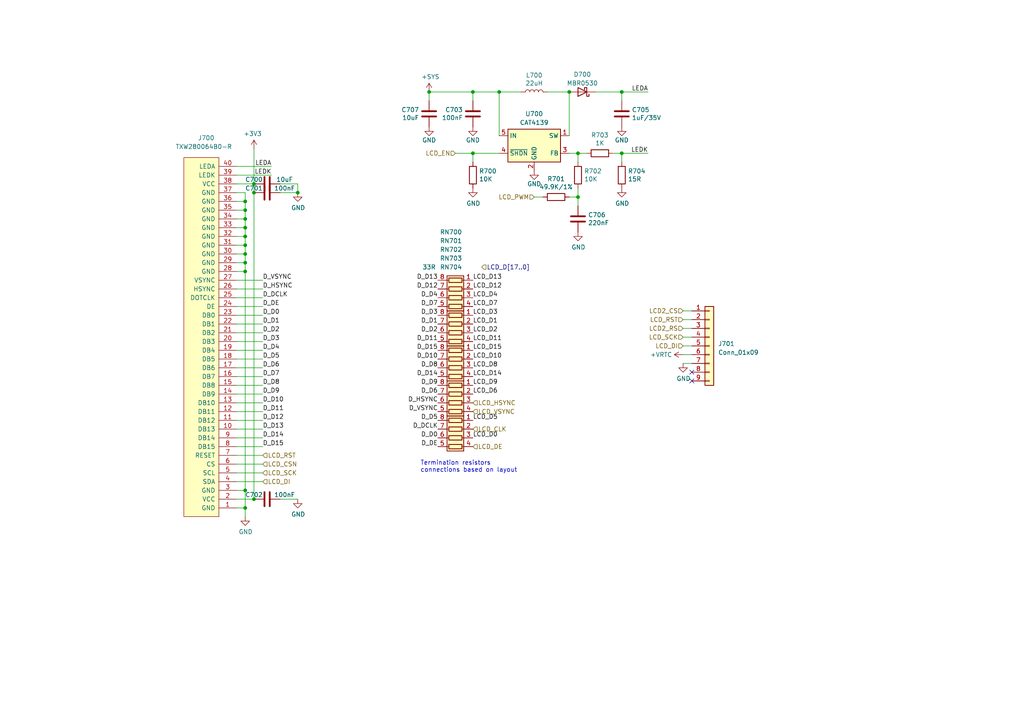
<source format=kicad_sch>
(kicad_sch (version 20211123) (generator eeschema)
  (paper "A4")
  (title_block (title "SitinaNe") (rev "R0.2") (company "Wenting"))
  (lib_symbols
    (symbol "Connector_Generic:Conn_01x09" (pin_names (offset 1.016) hide)
      (property "Reference" "J" (at 0 12.7 0))
      (property "Value" "Conn_01x09" (at 0 -12.7 0))
      (symbol "Conn_01x09_1_1"
        (rectangle (start -1.27 -10.033) (end 0 -10.287) (stroke (width 0.1524)))
        (rectangle (start -1.27 -7.493) (end 0 -7.747) (stroke (width 0.1524)))
        (rectangle (start -1.27 -4.953) (end 0 -5.207) (stroke (width 0.1524)))
        (rectangle (start -1.27 -2.413) (end 0 -2.667) (stroke (width 0.1524)))
        (rectangle (start -1.27 0.127) (end 0 -0.127) (stroke (width 0.1524)))
        (rectangle (start -1.27 2.667) (end 0 2.413) (stroke (width 0.1524)))
        (rectangle (start -1.27 5.207) (end 0 4.953) (stroke (width 0.1524)))
        (rectangle (start -1.27 7.747) (end 0 7.493) (stroke (width 0.1524)))
        (rectangle (start -1.27 10.287) (end 0 10.033) (stroke (width 0.1524)))
        (rectangle (start -1.27 11.43) (end 1.27 -11.43) (stroke (width 0.254)) (fill (type background)))
        (pin passive line (at -5.08 10.16 0) (length 3.81) (name "Pin_1") (number "1"))
        (pin passive line (at -5.08 7.62 0) (length 3.81) (name "Pin_2") (number "2"))
        (pin passive line (at -5.08 5.08 0) (length 3.81) (name "Pin_3") (number "3"))
        (pin passive line (at -5.08 2.54 0) (length 3.81) (name "Pin_4") (number "4"))
        (pin passive line (at -5.08 0 0) (length 3.81) (name "Pin_5") (number "5"))
        (pin passive line (at -5.08 -2.54 0) (length 3.81) (name "Pin_6") (number "6"))
        (pin passive line (at -5.08 -5.08 0) (length 3.81) (name "Pin_7") (number "7"))
        (pin passive line (at -5.08 -7.62 0) (length 3.81) (name "Pin_8") (number "8"))
        (pin passive line (at -5.08 -10.16 0) (length 3.81) (name "Pin_9") (number "9"))
      )
    )
    (symbol "Device:C" (pin_numbers hide) (pin_names (offset 0.254))
      (property "Reference" "C" (at 0.635 2.54 0))
      (property "Value" "C" (at 0.635 -2.54 0))
      (symbol "C_0_1"
        (polyline (pts (xy -2.032 -0.762) (xy 2.032 -0.762)) (stroke (width 0.508)))
        (polyline (pts (xy -2.032 0.762) (xy 2.032 0.762)) (stroke (width 0.508)))
      )
      (symbol "C_1_1"
        (pin passive line (at 0 3.81 270) (length 2.794) (name "~") (number "1"))
        (pin passive line (at 0 -3.81 90) (length 2.794) (name "~") (number "2"))
      )
    )
    (symbol "Device:L" (pin_numbers hide) (pin_names (offset 1.016) hide)
      (property "Reference" "L" (at -1.27 0 90))
      (property "Value" "L" (at 1.905 0 90))
      (symbol "L_0_1"
        (arc (start 0 -2.54) (mid 0.635 -1.905) (end 0 -1.27))
        (arc (start 0 -1.27) (mid 0.635 -0.635) (end 0 0))
        (arc (start 0 0) (mid 0.635 0.635) (end 0 1.27))
        (arc (start 0 1.27) (mid 0.635 1.905) (end 0 2.54))
      )
      (symbol "L_1_1"
        (pin passive line (at 0 3.81 270) (length 1.27) (name "1") (number "1"))
        (pin passive line (at 0 -3.81 90) (length 1.27) (name "2") (number "2"))
      )
    )
    (symbol "Device:R" (pin_numbers hide) (pin_names (offset 0))
      (property "Reference" "R" (at 2.032 0 90))
      (property "Value" "R" (at 0 0 90))
      (symbol "R_0_1"
        (rectangle (start -1.016 -2.54) (end 1.016 2.54) (stroke (width 0.254)))
      )
      (symbol "R_1_1"
        (pin passive line (at 0 3.81 270) (length 1.27) (name "~") (number "1"))
        (pin passive line (at 0 -3.81 90) (length 1.27) (name "~") (number "2"))
      )
    )
    (symbol "Device:R_Pack04" (pin_names (offset 0) hide)
      (property "Reference" "RN" (at -7.62 0 90))
      (property "Value" "R_Pack04" (at 5.08 0 90))
      (symbol "R_Pack04_0_1"
        (rectangle (start -6.35 -2.413) (end 3.81 2.413) (stroke (width 0.254)) (fill (type background)))
        (rectangle (start -5.715 1.905) (end -4.445 -1.905) (stroke (width 0.254)))
        (rectangle (start -3.175 1.905) (end -1.905 -1.905) (stroke (width 0.254)))
        (rectangle (start -0.635 1.905) (end 0.635 -1.905) (stroke (width 0.254)))
        (polyline (pts (xy -5.08 -2.54) (xy -5.08 -1.905)))
        (polyline (pts (xy -5.08 1.905) (xy -5.08 2.54)))
        (polyline (pts (xy -2.54 -2.54) (xy -2.54 -1.905)))
        (polyline (pts (xy -2.54 1.905) (xy -2.54 2.54)))
        (polyline (pts (xy 0 -2.54) (xy 0 -1.905)))
        (polyline (pts (xy 0 1.905) (xy 0 2.54)))
        (polyline (pts (xy 2.54 -2.54) (xy 2.54 -1.905)))
        (polyline (pts (xy 2.54 1.905) (xy 2.54 2.54)))
        (rectangle (start 1.905 1.905) (end 3.175 -1.905) (stroke (width 0.254)))
      )
      (symbol "R_Pack04_1_1"
        (pin passive line (at -5.08 -5.08 90) (length 2.54) (name "R1.1") (number "1"))
        (pin passive line (at -2.54 -5.08 90) (length 2.54) (name "R2.1") (number "2"))
        (pin passive line (at 0 -5.08 90) (length 2.54) (name "R3.1") (number "3"))
        (pin passive line (at 2.54 -5.08 90) (length 2.54) (name "R4.1") (number "4"))
        (pin passive line (at 2.54 5.08 270) (length 2.54) (name "R4.2") (number "5"))
        (pin passive line (at 0 5.08 270) (length 2.54) (name "R3.2") (number "6"))
        (pin passive line (at -2.54 5.08 270) (length 2.54) (name "R2.2") (number "7"))
        (pin passive line (at -5.08 5.08 270) (length 2.54) (name "R1.2") (number "8"))
      )
    )
    (symbol "Diode:MBR0530" (pin_numbers hide) (pin_names (offset 1.016) hide)
      (property "Reference" "D" (at 0 2.54 0))
      (property "Value" "MBR0530" (at 0 -2.54 0))
      (symbol "MBR0530_0_1"
        (polyline (pts (xy 1.27 0) (xy -1.27 0)))
        (polyline (pts (xy 1.27 1.27) (xy 1.27 -1.27) (xy -1.27 0) (xy 1.27 1.27)) (stroke (width 0.254)))
        (polyline (pts (xy -1.905 0.635) (xy -1.905 1.27) (xy -1.27 1.27) (xy -1.27 -1.27) (xy -0.635 -1.27) (xy -0.635 -0.635)) (stroke (width 0.254)))
      )
      (symbol "MBR0530_1_1"
        (pin passive line (at -3.81 0 0) (length 2.54) (name "K") (number "1"))
        (pin passive line (at 3.81 0 180) (length 2.54) (name "A") (number "2"))
      )
    )
    (symbol "Regulator_Switching:AP3012"
      (property "Reference" "U" (at -7.62 5.715 0))
      (property "Value" "AP3012" (at 0 5.715 0))
      (symbol "AP3012_0_1"
        (rectangle (start -7.62 4.445) (end 7.62 -5.08) (stroke (width 0.254)) (fill (type background)))
      )
      (symbol "AP3012_1_1"
        (pin passive line (at 10.16 2.54 180) (length 2.54) (name "SW") (number "1"))
        (pin power_in line (at 0 -7.62 90) (length 2.54) (name "GND") (number "2"))
        (pin input line (at 10.16 -2.54 180) (length 2.54) (name "FB") (number "3"))
        (pin input line (at -10.16 -2.54 0) (length 2.54) (name "~{SHDN}") (number "4"))
        (pin power_in line (at -10.16 2.54 0) (length 2.54) (name "IN") (number "5"))
      )
    )
    (symbol "Sitina:+SYS" (power) (pin_names (offset 0))
      (property "Value" "+SYS" (at 0 3.556 0))
      (symbol "+SYS_0_1"
        (polyline (pts (xy -0.762 1.27) (xy 0 2.54)))
        (polyline (pts (xy 0 0) (xy 0 2.54)))
        (polyline (pts (xy 0 2.54) (xy 0.762 1.27)))
      )
      (symbol "+SYS_1_1"
        (pin power_in line (at 0 0 90) (length 0) hide (name "+SYS") (number "1"))
      )
    )
    (symbol "Sitina:+VRTC" (power) (pin_names (offset 0))
      (property "Value" "+VRTC" (at 0 3.556 0))
      (symbol "+VRTC_0_1"
        (polyline (pts (xy -0.762 1.27) (xy 0 2.54)))
        (polyline (pts (xy 0 0) (xy 0 2.54)))
        (polyline (pts (xy 0 2.54) (xy 0.762 1.27)))
      )
      (symbol "+VRTC_1_1"
        (pin power_in line (at 0 0 90) (length 0) hide (name "+VRTC") (number "1"))
      )
    )
    (symbol "Sitina:TXW280064B0-R" (pin_names (offset 1.016))
      (property "Reference" "LCD" (at 0 -48.26 0))
      (property "Value" "TXW280064B0-R" (at 1.27 59.69 0))
      (symbol "TXW280064B0-R_0_1"
        (rectangle (start -5.08 58.42) (end 5.08 -45.72) (fill (type background)))
      )
      (symbol "TXW280064B0-R_1_1"
        (pin input line (at 10.16 -43.18 180) (length 5.08) (name "GND") (number "1"))
        (pin input line (at 10.16 -20.32 180) (length 5.08) (name "DB13") (number "10"))
        (pin input line (at 10.16 -17.78 180) (length 5.08) (name "DB12") (number "11"))
        (pin input line (at 10.16 -15.24 180) (length 5.08) (name "DB11") (number "12"))
        (pin input line (at 10.16 -12.7 180) (length 5.08) (name "DB10") (number "13"))
        (pin input line (at 10.16 -10.16 180) (length 5.08) (name "DB9") (number "14"))
        (pin input line (at 10.16 -7.62 180) (length 5.08) (name "DB8") (number "15"))
        (pin input line (at 10.16 -5.08 180) (length 5.08) (name "DB7") (number "16"))
        (pin input line (at 10.16 -2.54 180) (length 5.08) (name "DB6") (number "17"))
        (pin input line (at 10.16 0 180) (length 5.08) (name "DB5") (number "18"))
        (pin input line (at 10.16 2.54 180) (length 5.08) (name "DB4") (number "19"))
        (pin input line (at 10.16 -40.64 180) (length 5.08) (name "VCC") (number "2"))
        (pin input line (at 10.16 5.08 180) (length 5.08) (name "DB3") (number "20"))
        (pin input line (at 10.16 7.62 180) (length 5.08) (name "DB2") (number "21"))
        (pin input line (at 10.16 10.16 180) (length 5.08) (name "DB1") (number "22"))
        (pin input line (at 10.16 12.7 180) (length 5.08) (name "DB0") (number "23"))
        (pin input line (at 10.16 15.24 180) (length 5.08) (name "DE") (number "24"))
        (pin input line (at 10.16 17.78 180) (length 5.08) (name "DOTCLK") (number "25"))
        (pin input line (at 10.16 20.32 180) (length 5.08) (name "HSYNC") (number "26"))
        (pin input line (at 10.16 22.86 180) (length 5.08) (name "VSYNC") (number "27"))
        (pin input line (at 10.16 25.4 180) (length 5.08) (name "GND") (number "28"))
        (pin input line (at 10.16 27.94 180) (length 5.08) (name "GND") (number "29"))
        (pin input line (at 10.16 -38.1 180) (length 5.08) (name "GND") (number "3"))
        (pin input line (at 10.16 30.48 180) (length 5.08) (name "GND") (number "30"))
        (pin input line (at 10.16 33.02 180) (length 5.08) (name "GND") (number "31"))
        (pin input line (at 10.16 35.56 180) (length 5.08) (name "GND") (number "32"))
        (pin input line (at 10.16 38.1 180) (length 5.08) (name "GND") (number "33"))
        (pin input line (at 10.16 40.64 180) (length 5.08) (name "GND") (number "34"))
        (pin input line (at 10.16 43.18 180) (length 5.08) (name "GND") (number "35"))
        (pin input line (at 10.16 45.72 180) (length 5.08) (name "GND") (number "36"))
        (pin input line (at 10.16 48.26 180) (length 5.08) (name "GND") (number "37"))
        (pin input line (at 10.16 50.8 180) (length 5.08) (name "VCC") (number "38"))
        (pin input line (at 10.16 53.34 180) (length 5.08) (name "LEDK") (number "39"))
        (pin input line (at 10.16 -35.56 180) (length 5.08) (name "SDA") (number "4"))
        (pin input line (at 10.16 55.88 180) (length 5.08) (name "LEDA") (number "40"))
        (pin input line (at 10.16 -33.02 180) (length 5.08) (name "SCL") (number "5"))
        (pin input line (at 10.16 -30.48 180) (length 5.08) (name "CS") (number "6"))
        (pin input line (at 10.16 -27.94 180) (length 5.08) (name "RESET") (number "7"))
        (pin input line (at 10.16 -25.4 180) (length 5.08) (name "DB15") (number "8"))
        (pin input line (at 10.16 -22.86 180) (length 5.08) (name "DB14") (number "9"))
      )
    )
    (symbol "power:+3V3" (power) (pin_names (offset 0))
      (property "Value" "+3V3" (at 0 3.556 0))
      (symbol "+3V3_0_1"
        (polyline (pts (xy -0.762 1.27) (xy 0 2.54)))
        (polyline (pts (xy 0 0) (xy 0 2.54)))
        (polyline (pts (xy 0 2.54) (xy 0.762 1.27)))
      )
      (symbol "+3V3_1_1"
        (pin power_in line (at 0 0 90) (length 0) hide (name "+3V3") (number "1"))
      )
    )
    (symbol "power:GND" (power) (pin_names (offset 0))
      (property "Value" "GND" (at 0 -3.81 0))
      (symbol "GND_0_1"
        (polyline (pts (xy 0 0) (xy 0 -1.27) (xy 1.27 -1.27) (xy 0 -2.54) (xy -1.27 -1.27) (xy 0 -1.27)))
      )
      (symbol "GND_1_1"
        (pin power_in line (at 0 0 270) (length 0) hide (name "GND") (number "1"))
      )
    )
  )
  (junction (at 165.1 26.67) (diameter 0.9144))
  (junction (at 71.12 71.12) (diameter 0.9144))
  (junction (at 71.12 68.58) (diameter 0.9144))
  (junction (at 73.66 53.34) (diameter 0.9144))
  (junction (at 180.34 26.67) (diameter 0.9144))
  (junction (at 71.12 78.74) (diameter 0.9144))
  (junction (at 137.16 26.67) (diameter 0.9144))
  (junction (at 71.12 66.04) (diameter 0.9144))
  (junction (at 167.64 57.15) (diameter 0.9144))
  (junction (at 73.66 55.88) (diameter 0.9144))
  (junction (at 144.78 26.67) (diameter 0.9144))
  (junction (at 71.12 60.96) (diameter 0.9144))
  (junction (at 124.46 26.67) (diameter 0.9144))
  (junction (at 71.12 142.24) (diameter 0.9144))
  (junction (at 167.64 44.45) (diameter 0.9144))
  (junction (at 137.16 44.45) (diameter 0.9144))
  (junction (at 71.12 147.32) (diameter 0.9144))
  (junction (at 71.12 63.5) (diameter 0.9144))
  (junction (at 86.36 55.88) (diameter 0.9144))
  (junction (at 73.66 144.78) (diameter 0.9144))
  (junction (at 180.34 44.45) (diameter 0.9144))
  (junction (at 71.12 58.42) (diameter 0.9144))
  (junction (at 71.12 76.2) (diameter 0.9144))
  (junction (at 71.12 73.66) (diameter 0.9144))
  (no_connect (at 200.66 107.95))
  (no_connect (at 200.66 110.49))
  (wire (pts (xy 180.34 46.99) (xy 180.34 44.45)))
  (wire (pts (xy 167.64 57.15) (xy 167.64 54.61)))
  (wire (pts (xy 144.78 44.45) (xy 137.16 44.45)))
  (wire (pts (xy 68.58 93.98) (xy 76.2 93.98)))
  (wire (pts (xy 81.28 53.34) (xy 86.36 53.34)))
  (wire (pts (xy 172.72 26.67) (xy 180.34 26.67)))
  (wire (pts (xy 68.58 127) (xy 76.2 127)))
  (wire (pts (xy 68.58 101.6) (xy 76.2 101.6)))
  (wire (pts (xy 68.58 86.36) (xy 76.2 86.36)))
  (wire (pts (xy 81.28 55.88) (xy 86.36 55.88)))
  (wire (pts (xy 68.58 104.14) (xy 76.2 104.14)))
  (wire (pts (xy 76.2 132.08) (xy 68.58 132.08)))
  (wire (pts (xy 180.34 44.45) (xy 177.8 44.45)))
  (wire (pts (xy 165.1 44.45) (xy 167.64 44.45)))
  (wire (pts (xy 68.58 58.42) (xy 71.12 58.42)))
  (wire (pts (xy 167.64 44.45) (xy 170.18 44.45)))
  (wire (pts (xy 154.94 57.15) (xy 157.48 57.15)))
  (wire (pts (xy 167.64 46.99) (xy 167.64 44.45)))
  (wire (pts (xy 68.58 99.06) (xy 76.2 99.06)))
  (wire (pts (xy 68.58 139.7) (xy 76.2 139.7)))
  (wire (pts (xy 81.28 144.78) (xy 86.36 144.78)))
  (wire (pts (xy 73.66 43.18) (xy 73.66 53.34)))
  (wire (pts (xy 68.58 68.58) (xy 71.12 68.58)))
  (wire (pts (xy 68.58 48.26) (xy 78.74 48.26)))
  (wire (pts (xy 68.58 88.9) (xy 76.2 88.9)))
  (wire (pts (xy 198.12 97.79) (xy 200.66 97.79)))
  (wire (pts (xy 137.16 26.67) (xy 144.78 26.67)))
  (wire (pts (xy 68.58 134.62) (xy 76.2 134.62)))
  (wire (pts (xy 68.58 111.76) (xy 76.2 111.76)))
  (wire (pts (xy 137.16 44.45) (xy 132.08 44.45)))
  (wire (pts (xy 144.78 26.67) (xy 151.13 26.67)))
  (wire (pts (xy 86.36 53.34) (xy 86.36 55.88)))
  (wire (pts (xy 68.58 53.34) (xy 73.66 53.34)))
  (wire (pts (xy 165.1 26.67) (xy 165.1 39.37)))
  (wire (pts (xy 68.58 91.44) (xy 76.2 91.44)))
  (wire (pts (xy 68.58 106.68) (xy 76.2 106.68)))
  (wire (pts (xy 68.58 78.74) (xy 71.12 78.74)))
  (wire (pts (xy 68.58 142.24) (xy 71.12 142.24)))
  (wire (pts (xy 71.12 142.24) (xy 71.12 147.32)))
  (wire (pts (xy 71.12 147.32) (xy 71.12 149.86)))
  (wire (pts (xy 68.58 109.22) (xy 76.2 109.22)))
  (wire (pts (xy 198.12 92.71) (xy 200.66 92.71)))
  (wire (pts (xy 180.34 26.67) (xy 187.96 26.67)))
  (wire (pts (xy 198.12 90.17) (xy 200.66 90.17)))
  (wire (pts (xy 124.46 29.21) (xy 124.46 26.67)))
  (wire (pts (xy 68.58 50.8) (xy 78.74 50.8)))
  (wire (pts (xy 68.58 76.2) (xy 71.12 76.2)))
  (wire (pts (xy 68.58 119.38) (xy 76.2 119.38)))
  (wire (pts (xy 158.75 26.67) (xy 165.1 26.67)))
  (wire (pts (xy 68.58 114.3) (xy 76.2 114.3)))
  (wire (pts (xy 68.58 66.04) (xy 71.12 66.04)))
  (wire (pts (xy 68.58 124.46) (xy 76.2 124.46)))
  (wire (pts (xy 198.12 102.87) (xy 200.66 102.87)))
  (wire (pts (xy 180.34 29.21) (xy 180.34 26.67)))
  (wire (pts (xy 137.16 29.21) (xy 137.16 26.67)))
  (wire (pts (xy 68.58 83.82) (xy 76.2 83.82)))
  (wire (pts (xy 68.58 73.66) (xy 71.12 73.66)))
  (wire (pts (xy 71.12 63.5) (xy 71.12 66.04)))
  (wire (pts (xy 71.12 66.04) (xy 71.12 68.58)))
  (wire (pts (xy 68.58 60.96) (xy 71.12 60.96)))
  (wire (pts (xy 71.12 58.42) (xy 71.12 60.96)))
  (wire (pts (xy 71.12 60.96) (xy 71.12 63.5)))
  (wire (pts (xy 71.12 73.66) (xy 71.12 76.2)))
  (wire (pts (xy 71.12 76.2) (xy 71.12 78.74)))
  (wire (pts (xy 71.12 68.58) (xy 71.12 71.12)))
  (wire (pts (xy 71.12 71.12) (xy 71.12 73.66)))
  (wire (pts (xy 71.12 78.74) (xy 71.12 142.24)))
  (wire (pts (xy 124.46 26.67) (xy 137.16 26.67)))
  (wire (pts (xy 68.58 147.32) (xy 71.12 147.32)))
  (wire (pts (xy 198.12 105.41) (xy 200.66 105.41)))
  (wire (pts (xy 73.66 53.34) (xy 73.66 55.88)))
  (wire (pts (xy 68.58 96.52) (xy 76.2 96.52)))
  (wire (pts (xy 68.58 116.84) (xy 76.2 116.84)))
  (wire (pts (xy 198.12 95.25) (xy 200.66 95.25)))
  (wire (pts (xy 137.16 46.99) (xy 137.16 44.45)))
  (wire (pts (xy 198.12 100.33) (xy 200.66 100.33)))
  (wire (pts (xy 165.1 57.15) (xy 167.64 57.15)))
  (wire (pts (xy 68.58 55.88) (xy 71.12 55.88)))
  (wire (pts (xy 71.12 55.88) (xy 71.12 58.42)))
  (wire (pts (xy 68.58 129.54) (xy 76.2 129.54)))
  (wire (pts (xy 144.78 26.67) (xy 144.78 39.37)))
  (wire (pts (xy 68.58 63.5) (xy 71.12 63.5)))
  (wire (pts (xy 68.58 71.12) (xy 71.12 71.12)))
  (wire (pts (xy 68.58 144.78) (xy 73.66 144.78)))
  (wire (pts (xy 180.34 44.45) (xy 187.96 44.45)))
  (wire (pts (xy 68.58 121.92) (xy 76.2 121.92)))
  (wire (pts (xy 68.58 81.28) (xy 76.2 81.28)))
  (wire (pts (xy 167.64 59.69) (xy 167.64 57.15)))
  (wire (pts (xy 73.66 55.88) (xy 73.66 144.78)))
  (wire (pts (xy 68.58 137.16) (xy 76.2 137.16)))
  (text "Termination resistors\nconnections based on layout" (at 121.92 137.16 0) (effects (font (size 1.27 1.27)) (justify left bottom)))
  (label "D_D0" (at 127 127 180))
  (label "D_D7" (at 127 88.9 180))
  (label "LCD_D2" (at 137.16 96.52 0))
  (label "LCD_D15" (at 137.16 101.6 0))
  (label "D_D12" (at 76.2 121.92 0))
  (label "LCD_D11" (at 137.16 99.06 0))
  (label "D_D0" (at 76.2 91.44 0))
  (label "D_D13" (at 127 81.28 180))
  (label "D_D4" (at 76.2 101.6 0))
  (label "D_D3" (at 76.2 99.06 0))
  (label "LCD_D1" (at 137.16 93.98 0))
  (label "D_DCLK" (at 127 124.46 180))
  (label "D_DCLK" (at 76.2 86.36 0))
  (label "LEDK" (at 78.74 50.8 180))
  (label "D_D13" (at 76.2 124.46 0))
  (label "D_D6" (at 127 114.3 180))
  (label "D_D8" (at 76.2 111.76 0))
  (label "D_VSYNC" (at 127 119.38 180))
  (label "D_D2" (at 127 96.52 180))
  (label "LCD_D6" (at 137.16 114.3 0))
  (label "LCD_D4" (at 137.16 86.36 0))
  (label "D_D10" (at 127 104.14 180))
  (label "LCD_D13" (at 137.16 81.28 0))
  (label "D_D14" (at 127 109.22 180))
  (label "D_D15" (at 127 101.6 180))
  (label "D_D9" (at 127 111.76 180))
  (label "D_DE" (at 127 129.54 180))
  (label "LCD_D0" (at 137.16 127 0))
  (label "D_HSYNC" (at 127 116.84 180))
  (label "D_D11" (at 76.2 119.38 0))
  (label "D_HSYNC" (at 76.2 83.82 0))
  (label "D_D8" (at 127 106.68 180))
  (label "LEDK" (at 187.96 44.45 180))
  (label "D_D3" (at 127 91.44 180))
  (label "LCD_D12" (at 137.16 83.82 0))
  (label "LEDA" (at 78.74 48.26 180))
  (label "D_D5" (at 127 121.92 180))
  (label "D_D1" (at 127 93.98 180))
  (label "D_D9" (at 76.2 114.3 0))
  (label "D_D6" (at 76.2 106.68 0))
  (label "D_D4" (at 127 86.36 180))
  (label "D_D1" (at 76.2 93.98 0))
  (label "D_D11" (at 127 99.06 180))
  (label "LCD_D7" (at 137.16 88.9 0))
  (label "LCD_D8" (at 137.16 106.68 0))
  (label "LCD_D9" (at 137.16 111.76 0))
  (label "D_D5" (at 76.2 104.14 0))
  (label "LEDA" (at 187.96 26.67 180))
  (label "D_D7" (at 76.2 109.22 0))
  (label "D_D15" (at 76.2 129.54 0))
  (label "D_VSYNC" (at 76.2 81.28 0))
  (label "D_D14" (at 76.2 127 0))
  (label "D_D2" (at 76.2 96.52 0))
  (label "D_D10" (at 76.2 116.84 0))
  (label "D_DE" (at 76.2 88.9 0))
  (label "LCD_D14" (at 137.16 109.22 0))
  (label "LCD_D3" (at 137.16 91.44 0))
  (label "LCD_D10" (at 137.16 104.14 0))
  (label "LCD_D5" (at 137.16 121.92 0))
  (label "D_D12" (at 127 83.82 180))
  (hierarchical_label "LCD_DI" (shape input) (at 198.12 100.33 180))
  (hierarchical_label "LCD_CLK" (shape input) (at 137.16 124.46 0))
  (hierarchical_label "LCD_EN" (shape input) (at 132.08 44.45 180))
  (hierarchical_label "LCD_VSYNC" (shape input) (at 137.16 119.38 0))
  (hierarchical_label "LCD_RST" (shape input) (at 76.2 132.08 0))
  (hierarchical_label "LCD_D[17..0]" (shape input) (at 139.7 77.47 0))
  (hierarchical_label "LCD_RST" (shape input) (at 198.12 92.71 180))
  (hierarchical_label "LCD_SCK" (shape input) (at 76.2 137.16 0))
  (hierarchical_label "LCD_PWM" (shape input) (at 154.94 57.15 180))
  (hierarchical_label "LCD_HSYNC" (shape input) (at 137.16 116.84 0))
  (hierarchical_label "LCD2_CS" (shape input) (at 198.12 90.17 180))
  (hierarchical_label "LCD_CSN" (shape input) (at 76.2 134.62 0))
  (hierarchical_label "LCD_SCK" (shape input) (at 198.12 97.79 180))
  (hierarchical_label "LCD_DI" (shape input) (at 76.2 139.7 0))
  (hierarchical_label "LCD_DE" (shape input) (at 137.16 129.54 0))
  (hierarchical_label "LCD2_RS" (shape input) (at 198.12 95.25 180))
  (symbol (lib_id "Device:C") (at 77.47 55.88 90) (unit 1)
    (property "Reference" "C701" (at 73.66 54.61 90))
    (property "Value" "100nF" (at 82.55 54.61 90))
    (property "Footprint" "Capacitor_SMD:C_0402_1005Metric" (effects hide))
  )
  (symbol (lib_id "Device:C") (at 77.47 144.78 270) (unit 1)
    (property "Reference" "C702" (at 73.66 143.51 90))
    (property "Value" "100nF" (at 82.55 143.51 90))
    (property "Footprint" "Capacitor_SMD:C_0402_1005Metric" (effects hide))
  )
  (symbol (lib_id "Device:C") (at 77.47 53.34 270) (unit 1)
    (property "Reference" "C700" (at 73.66 52.07 90))
    (property "Value" "10uF" (at 82.55 52.07 90))
    (property "Footprint" "Capacitor_SMD:C_0603_1608Metric" (effects hide))
  )
  (symbol (lib_id "power:GND") (at 71.12 149.86 0) (unit 1)
    (property "Reference" "#PWR0105" (effects hide))
    (property "Value" "GND" (at 71.247 154.2542 0))
  )
  (symbol (lib_id "Sitina:+SYS") (at 124.46 26.67 0) (unit 1)
    (property "Reference" "#PWR0223" (effects hide))
    (property "Value" "+SYS" (at 124.841 22.2758 0))
  )
  (symbol (lib_id "Device:C") (at 137.16 33.02 0) (mirror x) (unit 1)
    (property "Reference" "C703" (at 134.239 31.8516 0) (effects (justify right)))
    (property "Value" "100nF" (at 134.239 34.163 0) (effects (justify right)))
    (property "Footprint" "Capacitor_SMD:C_0402_1005Metric" (effects hide))
  )
  (symbol (lib_id "power:GND") (at 154.94 49.53 0) (unit 1)
    (property "Reference" "#PWR0225" (effects hide))
    (property "Value" "GND" (at 154.94 53.34 0))
  )
  (symbol (lib_id "Device:R") (at 137.16 50.8 0) (unit 1)
    (property "Reference" "R700" (at 138.938 49.6316 0) (effects (justify left)))
    (property "Value" "10K" (at 138.938 51.943 0) (effects (justify left)))
    (property "Footprint" "Resistor_SMD:R_0402_1005Metric" (effects hide))
  )
  (symbol (lib_id "power:GND") (at 137.16 54.61 0) (unit 1)
    (property "Reference" "#PWR0226" (effects hide))
    (property "Value" "GND" (at 137.287 59.0042 0))
  )
  (symbol (lib_id "Device:R") (at 161.29 57.15 270) (unit 1)
    (property "Reference" "R701" (at 161.29 51.8922 90))
    (property "Value" "49.9K/1%" (at 161.29 54.2036 90))
    (property "Footprint" "Resistor_SMD:R_0402_1005Metric" (effects hide))
  )
  (symbol (lib_id "Device:R") (at 167.64 50.8 0) (unit 1)
    (property "Reference" "R702" (at 169.418 49.6316 0) (effects (justify left)))
    (property "Value" "10K" (at 169.418 51.943 0) (effects (justify left)))
    (property "Footprint" "Resistor_SMD:R_0402_1005Metric" (effects hide))
  )
  (symbol (lib_id "Device:C") (at 167.64 63.5 180) (unit 1)
    (property "Reference" "C706" (at 170.561 62.3316 0) (effects (justify right)))
    (property "Value" "220nF" (at 170.561 64.643 0) (effects (justify right)))
    (property "Footprint" "Capacitor_SMD:C_0402_1005Metric" (effects hide))
  )
  (symbol (lib_id "power:GND") (at 167.64 67.31 0) (unit 1)
    (property "Reference" "#PWR0227" (effects hide))
    (property "Value" "GND" (at 167.767 71.7042 0))
  )
  (symbol (lib_id "Device:R") (at 173.99 44.45 270) (unit 1)
    (property "Reference" "R703" (at 173.99 39.1922 90))
    (property "Value" "1K" (at 173.99 41.5036 90))
    (property "Footprint" "Resistor_SMD:R_0402_1005Metric" (effects hide))
  )
  (symbol (lib_id "Device:R") (at 180.34 50.8 0) (unit 1)
    (property "Reference" "R704" (at 182.118 49.6316 0) (effects (justify left)))
    (property "Value" "15R" (at 182.118 51.943 0) (effects (justify left)))
    (property "Footprint" "Resistor_SMD:R_0402_1005Metric" (effects hide))
  )
  (symbol (lib_id "power:GND") (at 180.34 54.61 0) (unit 1)
    (property "Reference" "#PWR0228" (effects hide))
    (property "Value" "GND" (at 180.467 59.0042 0))
  )
  (symbol (lib_id "Device:L") (at 154.94 26.67 90) (unit 1)
    (property "Reference" "L700" (at 154.94 21.844 90))
    (property "Value" "22uH" (at 154.94 24.1554 90))
    (property "Footprint" "Inductor_SMD:L_Vishay_IHLP-1212" (effects hide))
  )
  (symbol (lib_id "Device:C") (at 180.34 33.02 180) (unit 1)
    (property "Reference" "C705" (at 183.261 31.8516 0) (effects (justify right)))
    (property "Value" "1uF/35V" (at 183.261 34.163 0) (effects (justify right)))
    (property "Footprint" "Capacitor_SMD:C_0603_1608Metric" (effects hide))
  )
  (symbol (lib_id "power:GND") (at 180.34 36.83 0) (unit 1)
    (property "Reference" "#PWR0230" (effects hide))
    (property "Value" "GND" (at 180.34 40.64 0))
  )
  (symbol (lib_id "power:+3V3") (at 73.66 43.18 0) (mirror y) (unit 1)
    (property "Reference" "#PWR0231" (effects hide))
    (property "Value" "+3V3" (at 73.279 38.7858 0))
  )
  (symbol (lib_id "Device:R_Pack04") (at 132.08 116.84 90) (mirror x) (unit 1)
    (property "Reference" "RN703" (at 130.81 74.93 90))
    (property "Value" "33R" (effects hide))
    (property "Footprint" "Resistor_SMD:R_Array_Convex_4x0402" (effects hide))
  )
  (symbol (lib_id "Sitina:+VRTC") (at 198.12 102.87 90) (unit 1)
    (property "Reference" "#PWR0140" (effects hide))
    (property "Value" "+VRTC" (at 191.77 102.87 90))
  )
  (symbol (lib_id "Device:C") (at 124.46 33.02 0) (mirror x) (unit 1)
    (property "Reference" "C707" (at 121.539 31.8516 0) (effects (justify right)))
    (property "Value" "10uF" (at 121.539 34.163 0) (effects (justify right)))
    (property "Footprint" "Capacitor_SMD:C_0603_1608Metric" (effects hide))
  )
  (symbol (lib_id "Diode:MBR0530") (at 168.91 26.67 180) (unit 1)
    (property "Reference" "D700" (at 168.91 21.59 0))
    (property "Value" "MBR0530" (at 168.91 24.13 0))
    (property "Footprint" "Diode_SMD:D_SOD-123" (effects hide))
    (property "Datasheet" "http://www.mccsemi.com/up_pdf/MBR0520~MBR0580(SOD123).pdf" (effects hide))
  )
  (symbol (lib_id "Device:R_Pack04") (at 132.08 106.68 90) (mirror x) (unit 1)
    (property "Reference" "RN702" (at 130.81 72.39 90))
    (property "Value" "33R" (effects hide))
    (property "Footprint" "Resistor_SMD:R_Array_Convex_4x0402" (effects hide))
  )
  (symbol (lib_id "Device:R_Pack04") (at 132.08 86.36 90) (mirror x) (unit 1)
    (property "Reference" "RN700" (at 130.81 67.31 90))
    (property "Value" "33R" (at 124.46 77.47 90))
    (property "Footprint" "Resistor_SMD:R_Array_Convex_4x0402" (effects hide))
  )
  (symbol (lib_id "power:GND") (at 86.36 144.78 0) (unit 1)
    (property "Reference" "#PWR0154" (effects hide))
    (property "Value" "GND" (at 86.487 149.1742 0))
  )
  (symbol (lib_id "Device:R_Pack04") (at 132.08 127 90) (mirror x) (unit 1)
    (property "Reference" "RN704" (at 130.81 77.47 90))
    (property "Value" "33R" (effects hide))
    (property "Footprint" "Resistor_SMD:R_Array_Convex_4x0402" (effects hide))
  )
  (symbol (lib_id "Device:R_Pack04") (at 132.08 96.52 90) (mirror x) (unit 1)
    (property "Reference" "RN701" (at 130.81 69.85 90))
    (property "Value" "33R" (effects hide))
    (property "Footprint" "Resistor_SMD:R_Array_Convex_4x0402" (effects hide))
  )
  (symbol (lib_id "Regulator_Switching:AP3012") (at 154.94 41.91 0) (unit 1)
    (property "Reference" "U700" (at 154.94 33.02 0))
    (property "Value" "CAT4139" (at 154.94 35.56 0))
    (property "Footprint" "Package_TO_SOT_SMD:SOT-23-5" (effects hide))
    (property "Datasheet" "https://www.onsemi.com/pdf/datasheet/cat4139-d.pdf" (effects hide))
  )
  (symbol (lib_id "power:GND") (at 124.46 36.83 0) (mirror y) (unit 1)
    (property "Reference" "#PWR0160" (effects hide))
    (property "Value" "GND" (at 124.46 40.64 0))
  )
  (symbol (lib_id "Sitina:TXW280064B0-R") (at 58.42 104.14 0) (unit 1)
    (property "Reference" "J700" (at 62.23 40.0051 0) (effects (justify right)))
    (property "Value" "TXW280064B0-R" (at 67.31 42.5451 0) (effects (justify right)))
    (property "Footprint" "Connector_FFC-FPC:Hirose_FH12-40S-0.5SH_1x40-1MP_P0.50mm_Horizontal" (effects hide))
  )
  (symbol (lib_id "power:GND") (at 198.12 105.41 0) (unit 1)
    (property "Reference" "#PWR0162" (effects hide))
    (property "Value" "GND" (at 198.247 109.8042 0))
  )
  (symbol (lib_id "power:GND") (at 137.16 36.83 0) (mirror y) (unit 1)
    (property "Reference" "#PWR0161" (effects hide))
    (property "Value" "GND" (at 137.16 40.64 0))
  )
  (symbol (lib_id "power:GND") (at 86.36 55.88 0) (unit 1)
    (property "Reference" "#PWR0101" (effects hide))
    (property "Value" "GND" (at 86.487 60.2742 0))
  )
  (symbol (lib_id "Connector_Generic:Conn_01x09") (at 205.74 100.33 0) (unit 1)
    (property "Reference" "J701" (at 208.28 99.6949 0) (effects (justify left)))
    (property "Value" "Conn_01x09" (at 208.28 102.2349 0) (effects (justify left)))
    (property "Footprint" "Footprints:FPC_9" (effects hide))
  )
)
</source>
